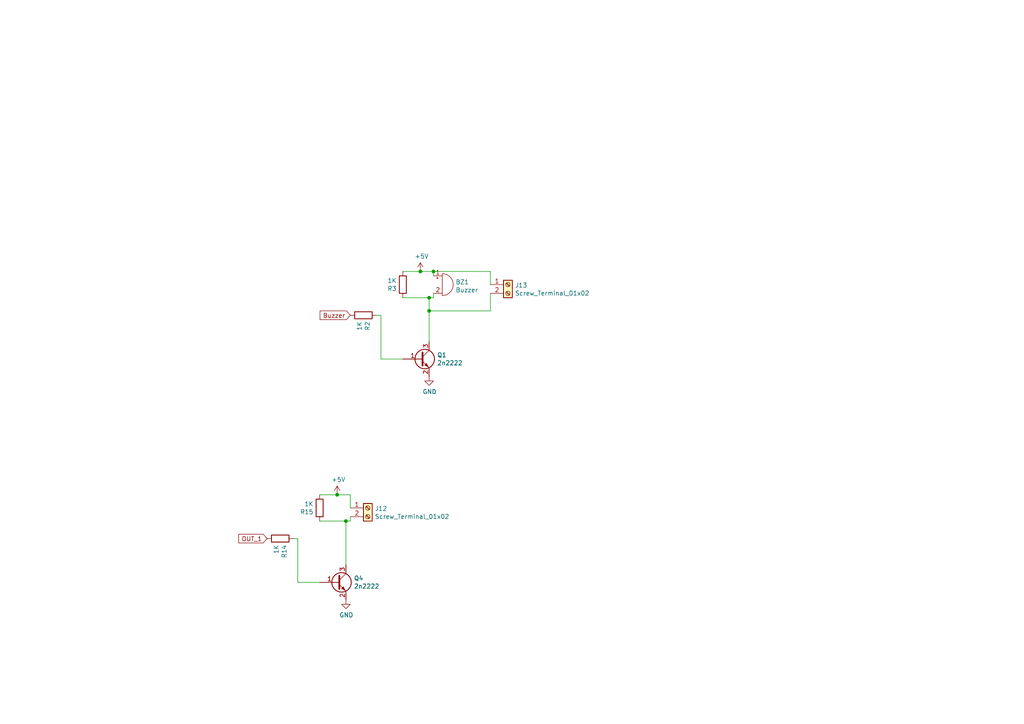
<source format=kicad_sch>
(kicad_sch (version 20230121) (generator eeschema)
  (paper "A4")
  (lib_symbols
    (symbol "Connector:Screw_Terminal_01x02" (pin_names (offset 1.016) hide)
      (property "Reference" "J" (at 0 2.54 0))
      (property "Value" "Screw_Terminal_01x02" (at 0 -5.08 0))
      (symbol "Screw_Terminal_01x02_1_1"
        (rectangle (start -1.27 1.27) (end 1.27 -3.81) (stroke (width 0.254)) (fill (type background)))
        (circle (center 0 -2.54) (radius 0.635) (stroke (width 0.1524)))
        (polyline (pts (xy -0.5334 -2.2098) (xy 0.3302 -3.048)) (stroke (width 0.1524)))
        (polyline (pts (xy -0.5334 0.3302) (xy 0.3302 -0.508)) (stroke (width 0.1524)))
        (polyline (pts (xy -0.3556 -2.032) (xy 0.508 -2.8702)) (stroke (width 0.1524)))
        (polyline (pts (xy -0.3556 0.508) (xy 0.508 -0.3302)) (stroke (width 0.1524)))
        (circle (center 0 0) (radius 0.635) (stroke (width 0.1524)))
        (pin passive line (at -5.08 0 0) (length 3.81) (name "Pin_1") (number "1"))
        (pin passive line (at -5.08 -2.54 0) (length 3.81) (name "Pin_2") (number "2"))
      )
    )
    (symbol "Device:Buzzer" (pin_names (offset 0.0254) hide)
      (property "Reference" "BZ" (at 3.81 1.27 0))
      (property "Value" "Buzzer" (at 3.81 -1.27 0))
      (symbol "Buzzer_0_1"
        (arc (start 0 -3.175) (mid 3.1612 0) (end 0 3.175))
        (polyline (pts (xy -1.651 1.905) (xy -1.143 1.905)))
        (polyline (pts (xy -1.397 2.159) (xy -1.397 1.651)))
        (polyline (pts (xy 0 3.175) (xy 0 -3.175)))
      )
      (symbol "Buzzer_1_1"
        (pin passive line (at -2.54 2.54 0) (length 2.54) (name "-") (number "1"))
        (pin passive line (at -2.54 -2.54 0) (length 2.54) (name "+") (number "2"))
      )
    )
    (symbol "Device:R" (pin_numbers hide) (pin_names (offset 0))
      (property "Reference" "R" (at 2.032 0 90))
      (property "Value" "R" (at 0 0 90))
      (symbol "R_0_1"
        (rectangle (start -1.016 -2.54) (end 1.016 2.54) (stroke (width 0.254)))
      )
      (symbol "R_1_1"
        (pin passive line (at 0 3.81 270) (length 1.27) (name "~") (number "1"))
        (pin passive line (at 0 -3.81 90) (length 1.27) (name "~") (number "2"))
      )
    )
    (symbol "Transistor_BJT:MMBT3904" (pin_names (offset 0) hide)
      (property "Reference" "Q" (at 5.08 1.905 0))
      (property "Value" "MMBT3904" (at 5.08 0 0))
      (symbol "MMBT3904_0_1"
        (polyline (pts (xy 0.635 0.635) (xy 2.54 2.54)))
        (polyline (pts (xy 0.635 -0.635) (xy 2.54 -2.54) (xy 2.54 -2.54)))
        (polyline (pts (xy 0.635 1.905) (xy 0.635 -1.905) (xy 0.635 -1.905)) (stroke (width 0.508)))
        (polyline (pts (xy 1.27 -1.778) (xy 1.778 -1.27) (xy 2.286 -2.286) (xy 1.27 -1.778) (xy 1.27 -1.778)) (fill (type outline)))
        (circle (center 1.27 0) (radius 2.8194) (stroke (width 0.254)))
      )
      (symbol "MMBT3904_1_1"
        (pin input line (at -5.08 0 0) (length 5.715) (name "B") (number "1"))
        (pin passive line (at 2.54 -5.08 90) (length 2.54) (name "E") (number "2"))
        (pin passive line (at 2.54 5.08 270) (length 2.54) (name "C") (number "3"))
      )
    )
    (symbol "power:+5V" (power) (pin_names (offset 0))
      (property "Value" "+5V" (at 0 3.556 0))
      (symbol "+5V_0_1"
        (polyline (pts (xy -0.762 1.27) (xy 0 2.54)))
        (polyline (pts (xy 0 0) (xy 0 2.54)))
        (polyline (pts (xy 0 2.54) (xy 0.762 1.27)))
      )
      (symbol "+5V_1_1"
        (pin power_in line (at 0 0 90) (length 0) hide (name "+5V") (number "1"))
      )
    )
    (symbol "power:GND" (power) (pin_names (offset 0))
      (property "Value" "GND" (at 0 -3.81 0))
      (symbol "GND_0_1"
        (polyline (pts (xy 0 0) (xy 0 -1.27) (xy 1.27 -1.27) (xy 0 -2.54) (xy -1.27 -1.27) (xy 0 -1.27)))
      )
      (symbol "GND_1_1"
        (pin power_in line (at 0 0 270) (length 0) hide (name "GND") (number "1"))
      )
    )
  )
  (junction (at 97.79 143.51))
  (junction (at 125.73 78.74))
  (junction (at 100.33 151.13))
  (junction (at 124.46 86.36))
  (junction (at 124.46 90.17))
  (junction (at 121.92 78.74))
  (wire (pts (xy 110.49 104.14) (xy 116.84 104.14)))
  (wire (pts (xy 116.84 78.74) (xy 121.92 78.74)))
  (wire (pts (xy 124.46 90.17) (xy 124.46 99.06)))
  (wire (pts (xy 101.6 151.13) (xy 100.33 151.13)))
  (wire (pts (xy 110.49 91.44) (xy 110.49 104.14)))
  (wire (pts (xy 109.22 91.44) (xy 110.49 91.44)))
  (wire (pts (xy 121.92 78.74) (xy 125.73 78.74)))
  (wire (pts (xy 124.46 86.36) (xy 124.46 90.17)))
  (wire (pts (xy 142.24 90.17) (xy 142.24 85.09)))
  (wire (pts (xy 86.36 156.21) (xy 86.36 168.91)))
  (wire (pts (xy 142.24 78.74) (xy 142.24 82.55)))
  (wire (pts (xy 86.36 168.91) (xy 92.71 168.91)))
  (wire (pts (xy 100.33 151.13) (xy 92.71 151.13)))
  (wire (pts (xy 124.46 86.36) (xy 116.84 86.36)))
  (wire (pts (xy 92.71 143.51) (xy 97.79 143.51)))
  (wire (pts (xy 101.6 143.51) (xy 101.6 147.32)))
  (wire (pts (xy 101.6 149.86) (xy 101.6 151.13)))
  (wire (pts (xy 100.33 151.13) (xy 100.33 163.83)))
  (wire (pts (xy 125.73 85.09) (xy 125.73 86.36)))
  (wire (pts (xy 125.73 78.74) (xy 125.73 80.01)))
  (wire (pts (xy 124.46 90.17) (xy 142.24 90.17)))
  (wire (pts (xy 85.09 156.21) (xy 86.36 156.21)))
  (wire (pts (xy 125.73 78.74) (xy 142.24 78.74)))
  (wire (pts (xy 125.73 86.36) (xy 124.46 86.36)))
  (wire (pts (xy 97.79 143.51) (xy 101.6 143.51)))
  (global_label "OUT_1" (shape input) (at 77.47 156.21 180) (property "Intersheetrefs" "${INTERSHEET_REFS}" (effects hide)))
  (global_label "Buzzer" (shape input) (at 101.6 91.44 180) (property "Intersheetrefs" "${INTERSHEET_REFS}" (effects hide)))
  (symbol (lib_id "Device:Buzzer") (at 128.27 82.55 0) (unit 1)
    (property "Reference" "BZ1" (at 132.1308 81.8134 0) (effects (justify left)))
    (property "Value" "Buzzer" (at 132.1308 84.1248 0) (effects (justify left)))
    (property "Footprint" "Buzzer_Beeper:Buzzer_TDK_PS1240P02BT_D12.2mm_H6.5mm" (effects hide))
    (property "Datasheet" "https://www.mouser.com/ProductDetail/810-PS1240P02BT" (effects hide))
    (instances (project "CameraTriggerSensorNodeOnly" (path "" (reference "BZ1") (unit 1)) (path "" (reference "BZ?") (unit 1))))
  )
  (symbol (lib_id "Device:R") (at 105.41 91.44 270) (unit 1)
    (property "Reference" "R2" (at 106.5784 93.218 0) (effects (justify left)))
    (property "Value" "1K" (at 104.267 93.218 0) (effects (justify left)))
    (property "Footprint" "Resistor_SMD:R_0603_1608Metric" (effects hide))
    (property "LCSC" "C21190" (effects hide))
    (instances (project "CameraTriggerSensorNodeOnly" (path "" (reference "R2") (unit 1)) (path "" (reference "R?") (unit 1))))
  )
  (symbol (lib_id "Device:R") (at 116.84 82.55 180) (unit 1)
    (property "Reference" "R3" (at 115.062 83.7184 0) (effects (justify left)))
    (property "Value" "1K" (at 115.062 81.407 0) (effects (justify left)))
    (property "Footprint" "Resistor_SMD:R_0603_1608Metric" (effects hide))
    (property "LCSC" "C21190" (effects hide))
    (instances (project "CameraTriggerSensorNodeOnly" (path "" (reference "R3") (unit 1)) (path "" (reference "R?") (unit 1))))
  )
  (symbol (lib_id "power:GND") (at 124.46 109.22 0) (unit 1)
    (property "Reference" "#PWR06" (effects hide))
    (property "Value" "GND" (at 124.587 113.6142 0))
    (instances (project "CameraTriggerSensorNodeOnly" (path "" (reference "#PWR06") (unit 1)) (path "" (reference "#PWR?") (unit 1))))
  )
  (symbol (lib_id "Transistor_BJT:MMBT3904") (at 121.92 104.14 0) (unit 1)
    (property "Reference" "Q1" (at 126.7714 102.9716 0) (effects (justify left)))
    (property "Value" "2n2222" (at 126.7714 105.283 0) (effects (justify left)))
    (property "Footprint" "Package_TO_SOT_THT:TO-18-3" (effects hide))
    (property "LCSC" " C181171 " (effects hide))
    (instances (project "CameraTriggerSensorNodeOnly" (path "" (reference "Q1") (unit 1)) (path "" (reference "Q?") (unit 1))))
  )
  (symbol (lib_id "Device:R") (at 81.28 156.21 270) (unit 1)
    (property "Reference" "R14" (at 82.4484 157.988 0) (effects (justify left)))
    (property "Value" "1K" (at 80.137 157.988 0) (effects (justify left)))
    (property "Footprint" "Resistor_SMD:R_0603_1608Metric" (effects hide))
    (property "LCSC" "C21190" (effects hide))
    (instances (project "CameraTriggerSensorNodeOnly" (path "" (reference "R14") (unit 1)) (path "" (reference "R?") (unit 1))))
  )
  (symbol (lib_id "Device:R") (at 92.71 147.32 180) (unit 1)
    (property "Reference" "R15" (at 90.932 148.4884 0) (effects (justify left)))
    (property "Value" "1K" (at 90.932 146.177 0) (effects (justify left)))
    (property "Footprint" "Resistor_SMD:R_0603_1608Metric" (effects hide))
    (property "LCSC" "C21190" (effects hide))
    (instances (project "CameraTriggerSensorNodeOnly" (path "" (reference "R15") (unit 1)) (path "" (reference "R?") (unit 1))))
  )
  (symbol (lib_id "power:GND") (at 100.33 173.99 0) (unit 1)
    (property "Reference" "#PWR048" (effects hide))
    (property "Value" "GND" (at 100.457 178.3842 0))
    (instances (project "CameraTriggerSensorNodeOnly" (path "" (reference "#PWR048") (unit 1)) (path "" (reference "#PWR?") (unit 1))))
  )
  (symbol (lib_id "Transistor_BJT:MMBT3904") (at 97.79 168.91 0) (unit 1)
    (property "Reference" "Q4" (at 102.6414 167.7416 0) (effects (justify left)))
    (property "Value" "2n2222" (at 102.6414 170.053 0) (effects (justify left)))
    (property "Footprint" "Package_TO_SOT_THT:TO-18-3" (effects hide))
    (instances (project "CameraTriggerSensorNodeOnly" (path "" (reference "Q4") (unit 1)) (path "" (reference "Q?") (unit 1))))
  )
  (symbol (lib_id "power:+5V") (at 97.79 143.51 0) (unit 1)
    (property "Reference" "#PWR047" (effects hide))
    (property "Value" "+5V" (at 98.171 139.1158 0))
  )
  (symbol (lib_id "Connector:Screw_Terminal_01x02") (at 106.68 147.32 0) (unit 1)
    (property "Reference" "J12" (at 108.712 147.5232 0) (effects (justify left)))
    (property "Value" "Screw_Terminal_01x02" (at 108.712 149.8346 0) (effects (justify left)))
    (property "Footprint" "TerminalBlock_TE-Connectivity:TerminalBlock_TE_282834-2_1x02_P2.54mm_Horizontal" (effects hide))
  )
  (symbol (lib_id "power:+5V") (at 121.92 78.74 0) (unit 1)
    (property "Reference" "#PWR05" (effects hide))
    (property "Value" "+5V" (at 122.301 74.3458 0))
  )
  (symbol (lib_id "Connector:Screw_Terminal_01x02") (at 147.32 82.55 0) (unit 1)
    (property "Reference" "J13" (at 149.352 82.7532 0) (effects (justify left)))
    (property "Value" "Screw_Terminal_01x02" (at 149.352 85.0646 0) (effects (justify left)))
    (property "Footprint" "TerminalBlock_TE-Connectivity:TerminalBlock_TE_282834-2_1x02_P2.54mm_Horizontal" (effects hide))
  )
)
</source>
